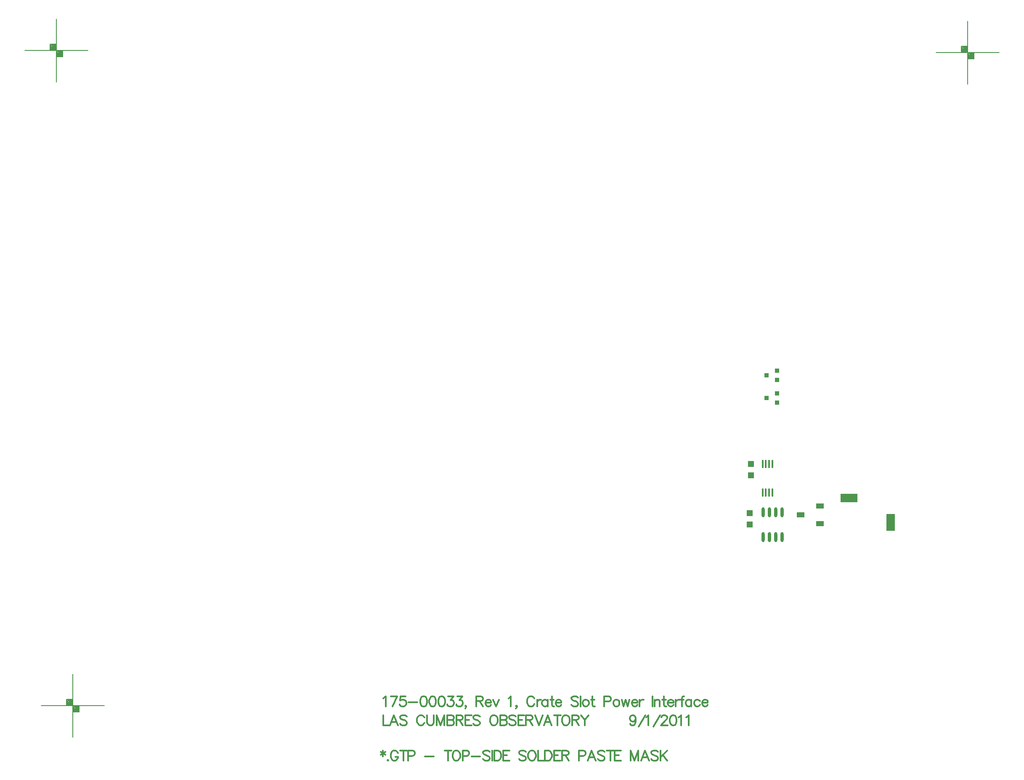
<source format=gtp>
%FSLAX23Y23*%
%MOIN*%
G70*
G01*
G75*
G04 Layer_Color=8421504*
%ADD10R,0.135X0.070*%
%ADD11O,0.024X0.079*%
%ADD12R,0.036X0.036*%
%ADD13O,0.014X0.067*%
%ADD14R,0.059X0.039*%
%ADD15R,0.050X0.050*%
%ADD16R,0.070X0.135*%
%ADD17C,0.010*%
%ADD18C,0.020*%
%ADD19C,0.012*%
%ADD20C,0.008*%
%ADD21C,0.012*%
%ADD22C,0.012*%
%ADD23C,0.220*%
%ADD24C,0.050*%
%ADD25C,0.059*%
%ADD26C,0.080*%
%ADD27C,0.065*%
%ADD28C,0.079*%
%ADD29C,0.120*%
%ADD30R,0.120X0.120*%
%ADD31C,0.055*%
%ADD32C,0.030*%
%ADD33C,0.024*%
%ADD34C,0.020*%
%ADD35C,0.040*%
%ADD36C,0.005*%
%ADD37C,0.206*%
%ADD38C,0.150*%
%ADD39C,0.190*%
%ADD40C,0.092*%
%ADD41C,0.110*%
%ADD42C,0.073*%
%ADD43C,0.055*%
%ADD44C,0.068*%
%ADD45C,0.087*%
%ADD46C,0.007*%
%ADD47C,0.010*%
%ADD48C,0.024*%
%ADD49C,0.010*%
%ADD50C,0.008*%
%ADD51C,0.006*%
%ADD52C,0.007*%
%ADD53C,0.039*%
%ADD54R,0.239X0.139*%
D10*
X25721Y16085D02*
D03*
D11*
X25191Y15972D02*
D03*
X25141D02*
D03*
X25091D02*
D03*
X25041D02*
D03*
X25191Y15775D02*
D03*
X25141D02*
D03*
X25091D02*
D03*
X25041D02*
D03*
D12*
X25153Y16916D02*
D03*
X25067Y16879D02*
D03*
X25153Y16842D02*
D03*
Y17096D02*
D03*
X25067Y17059D02*
D03*
X25153Y17022D02*
D03*
D13*
X25114Y16356D02*
D03*
X25089D02*
D03*
X25063D02*
D03*
X25038D02*
D03*
X25114Y16131D02*
D03*
X25089D02*
D03*
X25063D02*
D03*
X25038D02*
D03*
D14*
X25493Y16022D02*
D03*
X25339Y15953D02*
D03*
X25493Y15884D02*
D03*
D15*
X24936Y15878D02*
D03*
Y15968D02*
D03*
X24946Y16268D02*
D03*
Y16358D02*
D03*
D16*
X26051Y15893D02*
D03*
D20*
X19321Y14441D02*
X19821D01*
X19571Y14191D02*
Y14691D01*
X19521Y14441D02*
Y14491D01*
X19571D01*
X19621Y14391D02*
Y14441D01*
X19571Y14391D02*
X19621D01*
X19576Y14436D02*
X19616D01*
Y14396D02*
Y14436D01*
X19576Y14396D02*
X19616D01*
X19576D02*
Y14436D01*
X19581Y14431D02*
X19611D01*
Y14401D02*
Y14431D01*
X19581Y14401D02*
X19611D01*
X19581D02*
Y14426D01*
X19586D02*
X19606D01*
Y14406D02*
Y14426D01*
X19586Y14406D02*
X19606D01*
X19586D02*
Y14421D01*
X19591D02*
X19601D01*
Y14411D02*
Y14421D01*
X19591Y14411D02*
X19601D01*
X19591D02*
Y14421D01*
Y14416D02*
X19601D01*
X19526Y14486D02*
X19566D01*
Y14446D02*
Y14486D01*
X19526Y14446D02*
X19566D01*
X19526D02*
Y14486D01*
X19531Y14481D02*
X19561D01*
Y14451D02*
Y14481D01*
X19531Y14451D02*
X19561D01*
X19531D02*
Y14476D01*
X19536D02*
X19556D01*
Y14456D02*
Y14476D01*
X19536Y14456D02*
X19556D01*
X19536D02*
Y14471D01*
X19541D02*
X19551D01*
Y14461D02*
Y14471D01*
X19541Y14461D02*
X19551D01*
X19541D02*
Y14471D01*
Y14466D02*
X19551D01*
X19192Y19635D02*
X19692D01*
X19442Y19385D02*
Y19885D01*
X19392Y19635D02*
Y19685D01*
X19442D01*
X19492Y19585D02*
Y19635D01*
X19442Y19585D02*
X19492D01*
X19447Y19630D02*
X19487D01*
Y19590D02*
Y19630D01*
X19447Y19590D02*
X19487D01*
X19447D02*
Y19630D01*
X19452Y19625D02*
X19482D01*
Y19595D02*
Y19625D01*
X19452Y19595D02*
X19482D01*
X19452D02*
Y19620D01*
X19457D02*
X19477D01*
Y19600D02*
Y19620D01*
X19457Y19600D02*
X19477D01*
X19457D02*
Y19615D01*
X19462D02*
X19472D01*
Y19605D02*
Y19615D01*
X19462Y19605D02*
X19472D01*
X19462D02*
Y19615D01*
Y19610D02*
X19472D01*
X19397Y19680D02*
X19437D01*
Y19640D02*
Y19680D01*
X19397Y19640D02*
X19437D01*
X19397D02*
Y19680D01*
X19402Y19675D02*
X19432D01*
Y19645D02*
Y19675D01*
X19402Y19645D02*
X19432D01*
X19402D02*
Y19670D01*
X19407D02*
X19427D01*
Y19650D02*
Y19670D01*
X19407Y19650D02*
X19427D01*
X19407D02*
Y19665D01*
X19412D02*
X19422D01*
Y19655D02*
Y19665D01*
X19412Y19655D02*
X19422D01*
X19412D02*
Y19665D01*
Y19660D02*
X19422D01*
X26412Y19619D02*
X26912D01*
X26662Y19369D02*
Y19869D01*
X26612Y19619D02*
Y19669D01*
X26662D01*
X26712Y19569D02*
Y19619D01*
X26662Y19569D02*
X26712D01*
X26667Y19614D02*
X26707D01*
Y19574D02*
Y19614D01*
X26667Y19574D02*
X26707D01*
X26667D02*
Y19614D01*
X26672Y19609D02*
X26702D01*
Y19579D02*
Y19609D01*
X26672Y19579D02*
X26702D01*
X26672D02*
Y19604D01*
X26677D02*
X26697D01*
Y19584D02*
Y19604D01*
X26677Y19584D02*
X26697D01*
X26677D02*
Y19599D01*
X26682D02*
X26692D01*
Y19589D02*
Y19599D01*
X26682Y19589D02*
X26692D01*
X26682D02*
Y19599D01*
Y19594D02*
X26692D01*
X26617Y19664D02*
X26657D01*
Y19624D02*
Y19664D01*
X26617Y19624D02*
X26657D01*
X26617D02*
Y19664D01*
X26622Y19659D02*
X26652D01*
Y19629D02*
Y19659D01*
X26622Y19629D02*
X26652D01*
X26622D02*
Y19654D01*
X26627D02*
X26647D01*
Y19634D02*
Y19654D01*
X26627Y19634D02*
X26647D01*
X26627D02*
Y19649D01*
X26632D02*
X26642D01*
Y19639D02*
Y19649D01*
X26632Y19639D02*
X26642D01*
X26632D02*
Y19649D01*
Y19644D02*
X26642D01*
D21*
X22029Y14083D02*
Y14037D01*
X22010Y14072D02*
X22048Y14049D01*
Y14072D02*
X22010Y14049D01*
X22069Y14011D02*
X22065Y14007D01*
X22069Y14003D01*
X22072Y14007D01*
X22069Y14011D01*
X22147Y14064D02*
X22143Y14072D01*
X22136Y14079D01*
X22128Y14083D01*
X22113D01*
X22105Y14079D01*
X22098Y14072D01*
X22094Y14064D01*
X22090Y14053D01*
Y14034D01*
X22094Y14022D01*
X22098Y14015D01*
X22105Y14007D01*
X22113Y14003D01*
X22128D01*
X22136Y14007D01*
X22143Y14015D01*
X22147Y14022D01*
Y14034D01*
X22128D02*
X22147D01*
X22192Y14083D02*
Y14003D01*
X22165Y14083D02*
X22219D01*
X22228Y14041D02*
X22262D01*
X22274Y14045D01*
X22278Y14049D01*
X22281Y14056D01*
Y14068D01*
X22278Y14075D01*
X22274Y14079D01*
X22262Y14083D01*
X22228D01*
Y14003D01*
X22362Y14037D02*
X22431D01*
X22544Y14083D02*
Y14003D01*
X22517Y14083D02*
X22571D01*
X22603D02*
X22595Y14079D01*
X22588Y14072D01*
X22584Y14064D01*
X22580Y14053D01*
Y14034D01*
X22584Y14022D01*
X22588Y14015D01*
X22595Y14007D01*
X22603Y14003D01*
X22618D01*
X22626Y14007D01*
X22633Y14015D01*
X22637Y14022D01*
X22641Y14034D01*
Y14053D01*
X22637Y14064D01*
X22633Y14072D01*
X22626Y14079D01*
X22618Y14083D01*
X22603D01*
X22660Y14041D02*
X22694D01*
X22705Y14045D01*
X22709Y14049D01*
X22713Y14056D01*
Y14068D01*
X22709Y14075D01*
X22705Y14079D01*
X22694Y14083D01*
X22660D01*
Y14003D01*
X22731Y14037D02*
X22799D01*
X22876Y14072D02*
X22869Y14079D01*
X22857Y14083D01*
X22842D01*
X22831Y14079D01*
X22823Y14072D01*
Y14064D01*
X22827Y14056D01*
X22831Y14053D01*
X22838Y14049D01*
X22861Y14041D01*
X22869Y14037D01*
X22873Y14034D01*
X22876Y14026D01*
Y14015D01*
X22869Y14007D01*
X22857Y14003D01*
X22842D01*
X22831Y14007D01*
X22823Y14015D01*
X22894Y14083D02*
Y14003D01*
X22911Y14083D02*
Y14003D01*
Y14083D02*
X22938D01*
X22949Y14079D01*
X22957Y14072D01*
X22961Y14064D01*
X22964Y14053D01*
Y14034D01*
X22961Y14022D01*
X22957Y14015D01*
X22949Y14007D01*
X22938Y14003D01*
X22911D01*
X23032Y14083D02*
X22982D01*
Y14003D01*
X23032D01*
X22982Y14045D02*
X23013D01*
X23161Y14072D02*
X23154Y14079D01*
X23142Y14083D01*
X23127D01*
X23116Y14079D01*
X23108Y14072D01*
Y14064D01*
X23112Y14056D01*
X23116Y14053D01*
X23123Y14049D01*
X23146Y14041D01*
X23154Y14037D01*
X23157Y14034D01*
X23161Y14026D01*
Y14015D01*
X23154Y14007D01*
X23142Y14003D01*
X23127D01*
X23116Y14007D01*
X23108Y14015D01*
X23202Y14083D02*
X23194Y14079D01*
X23187Y14072D01*
X23183Y14064D01*
X23179Y14053D01*
Y14034D01*
X23183Y14022D01*
X23187Y14015D01*
X23194Y14007D01*
X23202Y14003D01*
X23217D01*
X23225Y14007D01*
X23233Y14015D01*
X23236Y14022D01*
X23240Y14034D01*
Y14053D01*
X23236Y14064D01*
X23233Y14072D01*
X23225Y14079D01*
X23217Y14083D01*
X23202D01*
X23259D02*
Y14003D01*
X23305D01*
X23313Y14083D02*
Y14003D01*
Y14083D02*
X23340D01*
X23351Y14079D01*
X23359Y14072D01*
X23363Y14064D01*
X23367Y14053D01*
Y14034D01*
X23363Y14022D01*
X23359Y14015D01*
X23351Y14007D01*
X23340Y14003D01*
X23313D01*
X23434Y14083D02*
X23384D01*
Y14003D01*
X23434D01*
X23384Y14045D02*
X23415D01*
X23447Y14083D02*
Y14003D01*
Y14083D02*
X23482D01*
X23493Y14079D01*
X23497Y14075D01*
X23501Y14068D01*
Y14060D01*
X23497Y14053D01*
X23493Y14049D01*
X23482Y14045D01*
X23447D01*
X23474D02*
X23501Y14003D01*
X23581Y14041D02*
X23616D01*
X23627Y14045D01*
X23631Y14049D01*
X23635Y14056D01*
Y14068D01*
X23631Y14075D01*
X23627Y14079D01*
X23616Y14083D01*
X23581D01*
Y14003D01*
X23714D02*
X23683Y14083D01*
X23653Y14003D01*
X23664Y14030D02*
X23702D01*
X23786Y14072D02*
X23778Y14079D01*
X23767Y14083D01*
X23751D01*
X23740Y14079D01*
X23732Y14072D01*
Y14064D01*
X23736Y14056D01*
X23740Y14053D01*
X23747Y14049D01*
X23770Y14041D01*
X23778Y14037D01*
X23782Y14034D01*
X23786Y14026D01*
Y14015D01*
X23778Y14007D01*
X23767Y14003D01*
X23751D01*
X23740Y14007D01*
X23732Y14015D01*
X23830Y14083D02*
Y14003D01*
X23803Y14083D02*
X23857D01*
X23916D02*
X23866D01*
Y14003D01*
X23916D01*
X23866Y14045D02*
X23897D01*
X23992Y14083D02*
Y14003D01*
Y14083D02*
X24022Y14003D01*
X24053Y14083D02*
X24022Y14003D01*
X24053Y14083D02*
Y14003D01*
X24137D02*
X24106Y14083D01*
X24076Y14003D01*
X24087Y14030D02*
X24125D01*
X24209Y14072D02*
X24201Y14079D01*
X24190Y14083D01*
X24174D01*
X24163Y14079D01*
X24155Y14072D01*
Y14064D01*
X24159Y14056D01*
X24163Y14053D01*
X24171Y14049D01*
X24193Y14041D01*
X24201Y14037D01*
X24205Y14034D01*
X24209Y14026D01*
Y14015D01*
X24201Y14007D01*
X24190Y14003D01*
X24174D01*
X24163Y14007D01*
X24155Y14015D01*
X24227Y14083D02*
Y14003D01*
X24280Y14083D02*
X24227Y14030D01*
X24246Y14049D02*
X24280Y14003D01*
X22031Y14498D02*
X22039Y14502D01*
X22050Y14514D01*
Y14434D01*
X22143Y14514D02*
X22105Y14434D01*
X22090Y14514D02*
X22143D01*
X22207D02*
X22169D01*
X22165Y14479D01*
X22169Y14483D01*
X22180Y14487D01*
X22192D01*
X22203Y14483D01*
X22211Y14476D01*
X22215Y14464D01*
Y14457D01*
X22211Y14445D01*
X22203Y14438D01*
X22192Y14434D01*
X22180D01*
X22169Y14438D01*
X22165Y14441D01*
X22161Y14449D01*
X22232Y14468D02*
X22301D01*
X22347Y14514D02*
X22336Y14510D01*
X22328Y14498D01*
X22325Y14479D01*
Y14468D01*
X22328Y14449D01*
X22336Y14438D01*
X22347Y14434D01*
X22355D01*
X22367Y14438D01*
X22374Y14449D01*
X22378Y14468D01*
Y14479D01*
X22374Y14498D01*
X22367Y14510D01*
X22355Y14514D01*
X22347D01*
X22419D02*
X22407Y14510D01*
X22400Y14498D01*
X22396Y14479D01*
Y14468D01*
X22400Y14449D01*
X22407Y14438D01*
X22419Y14434D01*
X22426D01*
X22438Y14438D01*
X22445Y14449D01*
X22449Y14468D01*
Y14479D01*
X22445Y14498D01*
X22438Y14510D01*
X22426Y14514D01*
X22419D01*
X22490D02*
X22478Y14510D01*
X22471Y14498D01*
X22467Y14479D01*
Y14468D01*
X22471Y14449D01*
X22478Y14438D01*
X22490Y14434D01*
X22498D01*
X22509Y14438D01*
X22517Y14449D01*
X22520Y14468D01*
Y14479D01*
X22517Y14498D01*
X22509Y14510D01*
X22498Y14514D01*
X22490D01*
X22546D02*
X22588D01*
X22565Y14483D01*
X22576D01*
X22584Y14479D01*
X22588Y14476D01*
X22592Y14464D01*
Y14457D01*
X22588Y14445D01*
X22580Y14438D01*
X22569Y14434D01*
X22557D01*
X22546Y14438D01*
X22542Y14441D01*
X22538Y14449D01*
X22617Y14514D02*
X22659D01*
X22636Y14483D01*
X22648D01*
X22655Y14479D01*
X22659Y14476D01*
X22663Y14464D01*
Y14457D01*
X22659Y14445D01*
X22651Y14438D01*
X22640Y14434D01*
X22629D01*
X22617Y14438D01*
X22613Y14441D01*
X22610Y14449D01*
X22688Y14438D02*
X22685Y14434D01*
X22681Y14438D01*
X22685Y14441D01*
X22688Y14438D01*
Y14430D01*
X22685Y14422D01*
X22681Y14418D01*
X22769Y14514D02*
Y14434D01*
Y14514D02*
X22803D01*
X22814Y14510D01*
X22818Y14506D01*
X22822Y14498D01*
Y14491D01*
X22818Y14483D01*
X22814Y14479D01*
X22803Y14476D01*
X22769D01*
X22795D02*
X22822Y14434D01*
X22840Y14464D02*
X22886D01*
Y14472D01*
X22882Y14479D01*
X22878Y14483D01*
X22870Y14487D01*
X22859D01*
X22851Y14483D01*
X22844Y14476D01*
X22840Y14464D01*
Y14457D01*
X22844Y14445D01*
X22851Y14438D01*
X22859Y14434D01*
X22870D01*
X22878Y14438D01*
X22886Y14445D01*
X22903Y14487D02*
X22926Y14434D01*
X22948Y14487D02*
X22926Y14434D01*
X23024Y14498D02*
X23032Y14502D01*
X23043Y14514D01*
Y14434D01*
X23091Y14438D02*
X23087Y14434D01*
X23083Y14438D01*
X23087Y14441D01*
X23091Y14438D01*
Y14430D01*
X23087Y14422D01*
X23083Y14418D01*
X23228Y14495D02*
X23224Y14502D01*
X23217Y14510D01*
X23209Y14514D01*
X23194D01*
X23186Y14510D01*
X23179Y14502D01*
X23175Y14495D01*
X23171Y14483D01*
Y14464D01*
X23175Y14453D01*
X23179Y14445D01*
X23186Y14438D01*
X23194Y14434D01*
X23209D01*
X23217Y14438D01*
X23224Y14445D01*
X23228Y14453D01*
X23251Y14487D02*
Y14434D01*
Y14464D02*
X23254Y14476D01*
X23262Y14483D01*
X23270Y14487D01*
X23281D01*
X23334D02*
Y14434D01*
Y14476D02*
X23326Y14483D01*
X23319Y14487D01*
X23307D01*
X23300Y14483D01*
X23292Y14476D01*
X23288Y14464D01*
Y14457D01*
X23292Y14445D01*
X23300Y14438D01*
X23307Y14434D01*
X23319D01*
X23326Y14438D01*
X23334Y14445D01*
X23367Y14514D02*
Y14449D01*
X23370Y14438D01*
X23378Y14434D01*
X23386D01*
X23355Y14487D02*
X23382D01*
X23397Y14464D02*
X23443D01*
Y14472D01*
X23439Y14479D01*
X23435Y14483D01*
X23428Y14487D01*
X23416D01*
X23409Y14483D01*
X23401Y14476D01*
X23397Y14464D01*
Y14457D01*
X23401Y14445D01*
X23409Y14438D01*
X23416Y14434D01*
X23428D01*
X23435Y14438D01*
X23443Y14445D01*
X23576Y14502D02*
X23569Y14510D01*
X23557Y14514D01*
X23542D01*
X23530Y14510D01*
X23523Y14502D01*
Y14495D01*
X23527Y14487D01*
X23530Y14483D01*
X23538Y14479D01*
X23561Y14472D01*
X23569Y14468D01*
X23572Y14464D01*
X23576Y14457D01*
Y14445D01*
X23569Y14438D01*
X23557Y14434D01*
X23542D01*
X23530Y14438D01*
X23523Y14445D01*
X23594Y14514D02*
Y14434D01*
X23630Y14487D02*
X23622Y14483D01*
X23615Y14476D01*
X23611Y14464D01*
Y14457D01*
X23615Y14445D01*
X23622Y14438D01*
X23630Y14434D01*
X23641D01*
X23649Y14438D01*
X23657Y14445D01*
X23660Y14457D01*
Y14464D01*
X23657Y14476D01*
X23649Y14483D01*
X23641Y14487D01*
X23630D01*
X23689Y14514D02*
Y14449D01*
X23693Y14438D01*
X23701Y14434D01*
X23708D01*
X23678Y14487D02*
X23705D01*
X23783Y14472D02*
X23817D01*
X23828Y14476D01*
X23832Y14479D01*
X23836Y14487D01*
Y14498D01*
X23832Y14506D01*
X23828Y14510D01*
X23817Y14514D01*
X23783D01*
Y14434D01*
X23873Y14487D02*
X23865Y14483D01*
X23858Y14476D01*
X23854Y14464D01*
Y14457D01*
X23858Y14445D01*
X23865Y14438D01*
X23873Y14434D01*
X23884D01*
X23892Y14438D01*
X23900Y14445D01*
X23903Y14457D01*
Y14464D01*
X23900Y14476D01*
X23892Y14483D01*
X23884Y14487D01*
X23873D01*
X23921D02*
X23936Y14434D01*
X23951Y14487D02*
X23936Y14434D01*
X23951Y14487D02*
X23967Y14434D01*
X23982Y14487D02*
X23967Y14434D01*
X24000Y14464D02*
X24046D01*
Y14472D01*
X24042Y14479D01*
X24039Y14483D01*
X24031Y14487D01*
X24019D01*
X24012Y14483D01*
X24004Y14476D01*
X24000Y14464D01*
Y14457D01*
X24004Y14445D01*
X24012Y14438D01*
X24019Y14434D01*
X24031D01*
X24039Y14438D01*
X24046Y14445D01*
X24063Y14487D02*
Y14434D01*
Y14464D02*
X24067Y14476D01*
X24075Y14483D01*
X24082Y14487D01*
X24094D01*
X24164Y14514D02*
Y14434D01*
X24181Y14487D02*
Y14434D01*
Y14472D02*
X24192Y14483D01*
X24200Y14487D01*
X24211D01*
X24219Y14483D01*
X24222Y14472D01*
Y14434D01*
X24255Y14514D02*
Y14449D01*
X24259Y14438D01*
X24266Y14434D01*
X24274D01*
X24243Y14487D02*
X24270D01*
X24285Y14464D02*
X24331D01*
Y14472D01*
X24327Y14479D01*
X24323Y14483D01*
X24316Y14487D01*
X24304D01*
X24297Y14483D01*
X24289Y14476D01*
X24285Y14464D01*
Y14457D01*
X24289Y14445D01*
X24297Y14438D01*
X24304Y14434D01*
X24316D01*
X24323Y14438D01*
X24331Y14445D01*
X24348Y14487D02*
Y14434D01*
Y14464D02*
X24352Y14476D01*
X24360Y14483D01*
X24367Y14487D01*
X24379D01*
X24416Y14514D02*
X24409D01*
X24401Y14510D01*
X24397Y14498D01*
Y14434D01*
X24386Y14487D02*
X24413D01*
X24473D02*
Y14434D01*
Y14476D02*
X24466Y14483D01*
X24458Y14487D01*
X24447D01*
X24439Y14483D01*
X24432Y14476D01*
X24428Y14464D01*
Y14457D01*
X24432Y14445D01*
X24439Y14438D01*
X24447Y14434D01*
X24458D01*
X24466Y14438D01*
X24473Y14445D01*
X24541Y14476D02*
X24533Y14483D01*
X24525Y14487D01*
X24514D01*
X24506Y14483D01*
X24499Y14476D01*
X24495Y14464D01*
Y14457D01*
X24499Y14445D01*
X24506Y14438D01*
X24514Y14434D01*
X24525D01*
X24533Y14438D01*
X24541Y14445D01*
X24558Y14464D02*
X24603D01*
Y14472D01*
X24600Y14479D01*
X24596Y14483D01*
X24588Y14487D01*
X24577D01*
X24569Y14483D01*
X24561Y14476D01*
X24558Y14464D01*
Y14457D01*
X24561Y14445D01*
X24569Y14438D01*
X24577Y14434D01*
X24588D01*
X24596Y14438D01*
X24603Y14445D01*
D22*
X22031Y14364D02*
Y14284D01*
X22077D01*
X22147D02*
X22116Y14364D01*
X22086Y14284D01*
X22097Y14310D02*
X22135D01*
X22219Y14352D02*
X22211Y14360D01*
X22200Y14364D01*
X22184D01*
X22173Y14360D01*
X22165Y14352D01*
Y14345D01*
X22169Y14337D01*
X22173Y14333D01*
X22181Y14329D01*
X22204Y14322D01*
X22211Y14318D01*
X22215Y14314D01*
X22219Y14307D01*
Y14295D01*
X22211Y14287D01*
X22200Y14284D01*
X22184D01*
X22173Y14287D01*
X22165Y14295D01*
X22357Y14345D02*
X22353Y14352D01*
X22345Y14360D01*
X22338Y14364D01*
X22322D01*
X22315Y14360D01*
X22307Y14352D01*
X22303Y14345D01*
X22299Y14333D01*
Y14314D01*
X22303Y14303D01*
X22307Y14295D01*
X22315Y14287D01*
X22322Y14284D01*
X22338D01*
X22345Y14287D01*
X22353Y14295D01*
X22357Y14303D01*
X22379Y14364D02*
Y14307D01*
X22383Y14295D01*
X22391Y14287D01*
X22402Y14284D01*
X22410D01*
X22421Y14287D01*
X22429Y14295D01*
X22432Y14307D01*
Y14364D01*
X22454D02*
Y14284D01*
Y14364D02*
X22485Y14284D01*
X22515Y14364D02*
X22485Y14284D01*
X22515Y14364D02*
Y14284D01*
X22538Y14364D02*
Y14284D01*
Y14364D02*
X22573D01*
X22584Y14360D01*
X22588Y14356D01*
X22592Y14348D01*
Y14341D01*
X22588Y14333D01*
X22584Y14329D01*
X22573Y14326D01*
X22538D02*
X22573D01*
X22584Y14322D01*
X22588Y14318D01*
X22592Y14310D01*
Y14299D01*
X22588Y14291D01*
X22584Y14287D01*
X22573Y14284D01*
X22538D01*
X22610Y14364D02*
Y14284D01*
Y14364D02*
X22644D01*
X22655Y14360D01*
X22659Y14356D01*
X22663Y14348D01*
Y14341D01*
X22659Y14333D01*
X22655Y14329D01*
X22644Y14326D01*
X22610D01*
X22636D02*
X22663Y14284D01*
X22730Y14364D02*
X22681D01*
Y14284D01*
X22730D01*
X22681Y14326D02*
X22711D01*
X22797Y14352D02*
X22789Y14360D01*
X22778Y14364D01*
X22763D01*
X22751Y14360D01*
X22744Y14352D01*
Y14345D01*
X22747Y14337D01*
X22751Y14333D01*
X22759Y14329D01*
X22782Y14322D01*
X22789Y14318D01*
X22793Y14314D01*
X22797Y14307D01*
Y14295D01*
X22789Y14287D01*
X22778Y14284D01*
X22763D01*
X22751Y14287D01*
X22744Y14295D01*
X22900Y14364D02*
X22893Y14360D01*
X22885Y14352D01*
X22881Y14345D01*
X22878Y14333D01*
Y14314D01*
X22881Y14303D01*
X22885Y14295D01*
X22893Y14287D01*
X22900Y14284D01*
X22916D01*
X22923Y14287D01*
X22931Y14295D01*
X22935Y14303D01*
X22939Y14314D01*
Y14333D01*
X22935Y14345D01*
X22931Y14352D01*
X22923Y14360D01*
X22916Y14364D01*
X22900D01*
X22957D02*
Y14284D01*
Y14364D02*
X22992D01*
X23003Y14360D01*
X23007Y14356D01*
X23011Y14348D01*
Y14341D01*
X23007Y14333D01*
X23003Y14329D01*
X22992Y14326D01*
X22957D02*
X22992D01*
X23003Y14322D01*
X23007Y14318D01*
X23011Y14310D01*
Y14299D01*
X23007Y14291D01*
X23003Y14287D01*
X22992Y14284D01*
X22957D01*
X23082Y14352D02*
X23074Y14360D01*
X23063Y14364D01*
X23048D01*
X23036Y14360D01*
X23028Y14352D01*
Y14345D01*
X23032Y14337D01*
X23036Y14333D01*
X23044Y14329D01*
X23067Y14322D01*
X23074Y14318D01*
X23078Y14314D01*
X23082Y14307D01*
Y14295D01*
X23074Y14287D01*
X23063Y14284D01*
X23048D01*
X23036Y14287D01*
X23028Y14295D01*
X23149Y14364D02*
X23100D01*
Y14284D01*
X23149D01*
X23100Y14326D02*
X23130D01*
X23163Y14364D02*
Y14284D01*
Y14364D02*
X23197D01*
X23208Y14360D01*
X23212Y14356D01*
X23216Y14348D01*
Y14341D01*
X23212Y14333D01*
X23208Y14329D01*
X23197Y14326D01*
X23163D01*
X23189D02*
X23216Y14284D01*
X23234Y14364D02*
X23264Y14284D01*
X23295Y14364D02*
X23264Y14284D01*
X23366D02*
X23335Y14364D01*
X23305Y14284D01*
X23316Y14310D02*
X23354D01*
X23411Y14364D02*
Y14284D01*
X23385Y14364D02*
X23438D01*
X23470D02*
X23463Y14360D01*
X23455Y14352D01*
X23451Y14345D01*
X23447Y14333D01*
Y14314D01*
X23451Y14303D01*
X23455Y14295D01*
X23463Y14287D01*
X23470Y14284D01*
X23486D01*
X23493Y14287D01*
X23501Y14295D01*
X23505Y14303D01*
X23508Y14314D01*
Y14333D01*
X23505Y14345D01*
X23501Y14352D01*
X23493Y14360D01*
X23486Y14364D01*
X23470D01*
X23527D02*
Y14284D01*
Y14364D02*
X23561D01*
X23573Y14360D01*
X23577Y14356D01*
X23580Y14348D01*
Y14341D01*
X23577Y14333D01*
X23573Y14329D01*
X23561Y14326D01*
X23527D01*
X23554D02*
X23580Y14284D01*
X23598Y14364D02*
X23629Y14326D01*
Y14284D01*
X23659Y14364D02*
X23629Y14326D01*
X24033Y14337D02*
X24029Y14326D01*
X24022Y14318D01*
X24010Y14314D01*
X24007D01*
X23995Y14318D01*
X23987Y14326D01*
X23984Y14337D01*
Y14341D01*
X23987Y14352D01*
X23995Y14360D01*
X24007Y14364D01*
X24010D01*
X24022Y14360D01*
X24029Y14352D01*
X24033Y14337D01*
Y14318D01*
X24029Y14299D01*
X24022Y14287D01*
X24010Y14284D01*
X24003D01*
X23991Y14287D01*
X23987Y14295D01*
X24055Y14272D02*
X24108Y14364D01*
X24114Y14348D02*
X24121Y14352D01*
X24133Y14364D01*
Y14284D01*
X24172Y14272D02*
X24226Y14364D01*
X24235Y14345D02*
Y14348D01*
X24238Y14356D01*
X24242Y14360D01*
X24250Y14364D01*
X24265D01*
X24273Y14360D01*
X24277Y14356D01*
X24280Y14348D01*
Y14341D01*
X24277Y14333D01*
X24269Y14322D01*
X24231Y14284D01*
X24284D01*
X24325Y14364D02*
X24314Y14360D01*
X24306Y14348D01*
X24302Y14329D01*
Y14318D01*
X24306Y14299D01*
X24314Y14287D01*
X24325Y14284D01*
X24333D01*
X24344Y14287D01*
X24352Y14299D01*
X24355Y14318D01*
Y14329D01*
X24352Y14348D01*
X24344Y14360D01*
X24333Y14364D01*
X24325D01*
X24373Y14348D02*
X24381Y14352D01*
X24392Y14364D01*
Y14284D01*
X24432Y14348D02*
X24440Y14352D01*
X24451Y14364D01*
Y14284D01*
M02*

</source>
